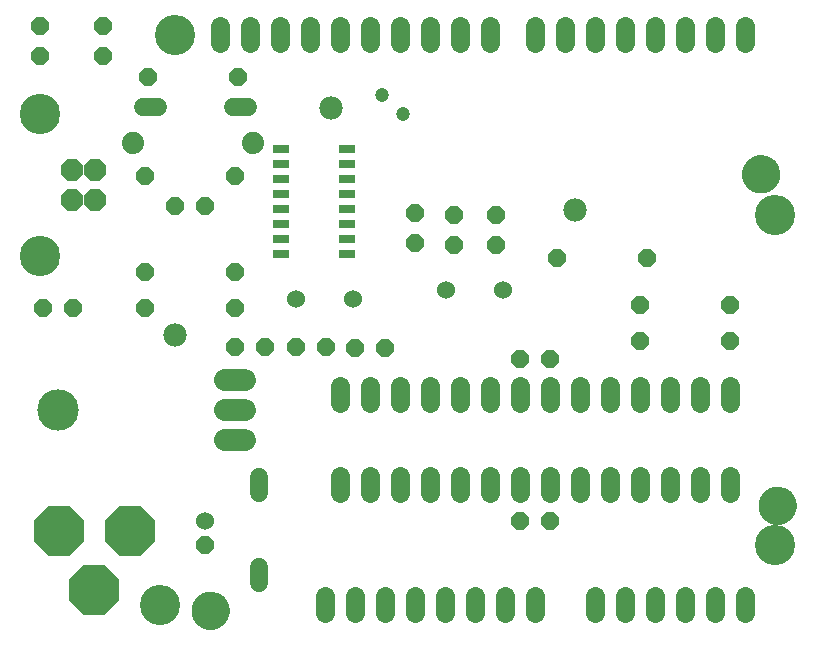
<source format=gbr>
G04 EAGLE Gerber RS-274X export*
G75*
%MOMM*%
%FSLAX34Y34*%
%LPD*%
%INSoldermask Top*%
%IPPOS*%
%AMOC8*
5,1,8,0,0,1.08239X$1,22.5*%
G01*
%ADD10C,3.403200*%
%ADD11C,1.103200*%
%ADD12C,1.625600*%
%ADD13C,1.879600*%
%ADD14C,3.505200*%
%ADD15P,1.649562X8X22.500000*%
%ADD16P,1.649562X8X202.500000*%
%ADD17C,1.524000*%
%ADD18P,1.649562X8X292.500000*%
%ADD19C,1.879600*%
%ADD20P,1.649562X8X112.500000*%
%ADD21C,1.524000*%
%ADD22P,4.549502X8X202.500000*%
%ADD23P,4.549502X8X112.500000*%
%ADD24C,2.153200*%
%ADD25P,2.034460X8X292.500000*%
%ADD26C,3.419200*%
%ADD27C,2.184400*%
%ADD28C,1.219200*%
%ADD29R,1.403200X0.803200*%
%ADD30C,1.203200*%
%ADD31C,1.981200*%


D10*
X139700Y25400D03*
X660400Y76200D03*
X660400Y355600D03*
X152400Y508000D03*
D11*
X190500Y508000D03*
X215900Y508000D03*
X241300Y508000D03*
X266700Y508000D03*
X292100Y508000D03*
X317500Y508000D03*
X342900Y508000D03*
X368300Y508000D03*
X393700Y508000D03*
X419100Y508000D03*
X457200Y508000D03*
X482600Y508000D03*
X508000Y508000D03*
X533400Y508000D03*
X558800Y508000D03*
X584200Y508000D03*
X609600Y508000D03*
X635000Y508000D03*
X622300Y203200D03*
X596900Y203200D03*
X571500Y203200D03*
X546100Y203200D03*
X520700Y203200D03*
X495300Y203200D03*
X469900Y203200D03*
X444500Y203200D03*
X419100Y203200D03*
X393700Y203200D03*
X368300Y203200D03*
X342900Y203200D03*
X317500Y203200D03*
X292100Y203200D03*
X292100Y127000D03*
X317500Y127000D03*
X342900Y127000D03*
X368300Y127000D03*
X393700Y127000D03*
X419100Y127000D03*
X444500Y127000D03*
X469900Y127000D03*
X495300Y127000D03*
X520700Y127000D03*
X546100Y127000D03*
X571500Y127000D03*
X596900Y127000D03*
X622300Y127000D03*
X508000Y25400D03*
X533400Y25400D03*
X558800Y25400D03*
X584200Y25400D03*
X609600Y25400D03*
X635000Y25400D03*
X279400Y25400D03*
X304800Y25400D03*
X330200Y25400D03*
X355600Y25400D03*
X381000Y25400D03*
X406400Y25400D03*
X431800Y25400D03*
X457200Y25400D03*
D12*
X622300Y196088D02*
X622300Y210312D01*
X596900Y210312D02*
X596900Y196088D01*
X571500Y196088D02*
X571500Y210312D01*
X546100Y210312D02*
X546100Y196088D01*
X520700Y196088D02*
X520700Y210312D01*
X495300Y210312D02*
X495300Y196088D01*
X469900Y196088D02*
X469900Y210312D01*
X444500Y210312D02*
X444500Y196088D01*
X419100Y196088D02*
X419100Y210312D01*
X393700Y210312D02*
X393700Y196088D01*
X368300Y196088D02*
X368300Y210312D01*
X342900Y210312D02*
X342900Y196088D01*
X317500Y196088D02*
X317500Y210312D01*
X292100Y210312D02*
X292100Y196088D01*
X292100Y134112D02*
X292100Y119888D01*
X317500Y119888D02*
X317500Y134112D01*
X342900Y134112D02*
X342900Y119888D01*
X368300Y119888D02*
X368300Y134112D01*
X393700Y134112D02*
X393700Y119888D01*
X419100Y119888D02*
X419100Y134112D01*
X444500Y134112D02*
X444500Y119888D01*
X469900Y119888D02*
X469900Y134112D01*
X495300Y134112D02*
X495300Y119888D01*
X520700Y119888D02*
X520700Y134112D01*
X546100Y134112D02*
X546100Y119888D01*
X571500Y119888D02*
X571500Y134112D01*
X596900Y134112D02*
X596900Y119888D01*
X622300Y119888D02*
X622300Y134112D01*
D13*
X211582Y165100D02*
X194818Y165100D01*
X194818Y190500D02*
X211582Y190500D01*
X211582Y215900D02*
X194818Y215900D01*
D14*
X53340Y190500D03*
D15*
X203200Y243840D03*
X228600Y243840D03*
X444500Y96520D03*
X469900Y96520D03*
X476250Y318770D03*
X552450Y318770D03*
X546100Y279400D03*
X622300Y279400D03*
X127000Y276860D03*
X203200Y276860D03*
D16*
X66040Y276860D03*
X40640Y276860D03*
D17*
X430530Y292100D03*
X382270Y292100D03*
D18*
X388620Y355600D03*
X388620Y330200D03*
X424180Y355600D03*
X424180Y330200D03*
D16*
X622300Y248920D03*
X546100Y248920D03*
D15*
X127000Y388620D03*
X203200Y388620D03*
D19*
X116840Y416560D03*
X218440Y416560D03*
D18*
X177800Y76200D03*
D17*
X177800Y96520D03*
D20*
X355600Y331470D03*
X355600Y356870D03*
D16*
X203200Y307340D03*
X127000Y307340D03*
D18*
X91440Y515620D03*
X91440Y490220D03*
D16*
X205740Y472440D03*
X129540Y472440D03*
D18*
X38100Y515620D03*
X38100Y490220D03*
D21*
X125476Y447040D02*
X138684Y447040D01*
X201676Y447040D02*
X214884Y447040D01*
D15*
X152400Y363220D03*
X177800Y363220D03*
D12*
X635000Y500888D02*
X635000Y515112D01*
X609600Y515112D02*
X609600Y500888D01*
X584200Y500888D02*
X584200Y515112D01*
X558800Y515112D02*
X558800Y500888D01*
X533400Y500888D02*
X533400Y515112D01*
X508000Y515112D02*
X508000Y500888D01*
X482600Y500888D02*
X482600Y515112D01*
X457200Y515112D02*
X457200Y500888D01*
X419100Y500888D02*
X419100Y515112D01*
X393700Y515112D02*
X393700Y500888D01*
X368300Y500888D02*
X368300Y515112D01*
X342900Y515112D02*
X342900Y500888D01*
X317500Y500888D02*
X317500Y515112D01*
X292100Y515112D02*
X292100Y500888D01*
X266700Y500888D02*
X266700Y515112D01*
X241300Y515112D02*
X241300Y500888D01*
X215900Y500888D02*
X215900Y515112D01*
X190500Y515112D02*
X190500Y500888D01*
X508000Y32512D02*
X508000Y18288D01*
X533400Y18288D02*
X533400Y32512D01*
X558800Y32512D02*
X558800Y18288D01*
X584200Y18288D02*
X584200Y32512D01*
X609600Y32512D02*
X609600Y18288D01*
X635000Y18288D02*
X635000Y32512D01*
D22*
X84328Y38100D03*
D23*
X114300Y88138D03*
X54356Y88138D03*
D24*
X91948Y38100D03*
X76708Y38100D03*
X54356Y80518D03*
X54356Y95758D03*
X114300Y80518D03*
X114300Y95758D03*
D21*
X223520Y120396D02*
X223520Y133604D01*
X223520Y57404D02*
X223520Y44196D01*
D25*
X85200Y368500D03*
X85200Y393500D03*
X65200Y393500D03*
X65200Y368500D03*
D26*
X38100Y441000D03*
X38100Y321000D03*
D27*
X657940Y109220D02*
X657942Y109361D01*
X657948Y109502D01*
X657958Y109642D01*
X657972Y109782D01*
X657990Y109922D01*
X658011Y110061D01*
X658037Y110200D01*
X658066Y110338D01*
X658100Y110474D01*
X658137Y110610D01*
X658178Y110745D01*
X658223Y110879D01*
X658272Y111011D01*
X658324Y111142D01*
X658380Y111271D01*
X658440Y111398D01*
X658503Y111524D01*
X658569Y111648D01*
X658640Y111771D01*
X658713Y111891D01*
X658790Y112009D01*
X658870Y112125D01*
X658954Y112238D01*
X659040Y112349D01*
X659130Y112458D01*
X659223Y112564D01*
X659318Y112667D01*
X659417Y112768D01*
X659518Y112866D01*
X659622Y112961D01*
X659729Y113053D01*
X659838Y113142D01*
X659950Y113227D01*
X660064Y113310D01*
X660180Y113390D01*
X660299Y113466D01*
X660420Y113538D01*
X660542Y113608D01*
X660667Y113673D01*
X660793Y113736D01*
X660921Y113794D01*
X661051Y113849D01*
X661182Y113901D01*
X661315Y113948D01*
X661449Y113992D01*
X661584Y114033D01*
X661720Y114069D01*
X661857Y114101D01*
X661995Y114130D01*
X662133Y114155D01*
X662273Y114175D01*
X662413Y114192D01*
X662553Y114205D01*
X662694Y114214D01*
X662834Y114219D01*
X662975Y114220D01*
X663116Y114217D01*
X663257Y114210D01*
X663397Y114199D01*
X663537Y114184D01*
X663677Y114165D01*
X663816Y114143D01*
X663954Y114116D01*
X664092Y114086D01*
X664228Y114051D01*
X664364Y114013D01*
X664498Y113971D01*
X664632Y113925D01*
X664764Y113876D01*
X664894Y113822D01*
X665023Y113765D01*
X665150Y113705D01*
X665276Y113641D01*
X665399Y113573D01*
X665521Y113502D01*
X665641Y113428D01*
X665758Y113350D01*
X665873Y113269D01*
X665986Y113185D01*
X666097Y113098D01*
X666205Y113007D01*
X666310Y112914D01*
X666413Y112817D01*
X666513Y112718D01*
X666610Y112616D01*
X666704Y112511D01*
X666795Y112404D01*
X666883Y112294D01*
X666968Y112182D01*
X667050Y112067D01*
X667129Y111950D01*
X667204Y111831D01*
X667276Y111710D01*
X667344Y111587D01*
X667409Y111462D01*
X667471Y111335D01*
X667528Y111206D01*
X667583Y111076D01*
X667633Y110945D01*
X667680Y110812D01*
X667723Y110678D01*
X667762Y110542D01*
X667797Y110406D01*
X667829Y110269D01*
X667856Y110131D01*
X667880Y109992D01*
X667900Y109852D01*
X667916Y109712D01*
X667928Y109572D01*
X667936Y109431D01*
X667940Y109290D01*
X667940Y109150D01*
X667936Y109009D01*
X667928Y108868D01*
X667916Y108728D01*
X667900Y108588D01*
X667880Y108448D01*
X667856Y108309D01*
X667829Y108171D01*
X667797Y108034D01*
X667762Y107898D01*
X667723Y107762D01*
X667680Y107628D01*
X667633Y107495D01*
X667583Y107364D01*
X667528Y107234D01*
X667471Y107105D01*
X667409Y106978D01*
X667344Y106853D01*
X667276Y106730D01*
X667204Y106609D01*
X667129Y106490D01*
X667050Y106373D01*
X666968Y106258D01*
X666883Y106146D01*
X666795Y106036D01*
X666704Y105929D01*
X666610Y105824D01*
X666513Y105722D01*
X666413Y105623D01*
X666310Y105526D01*
X666205Y105433D01*
X666097Y105342D01*
X665986Y105255D01*
X665873Y105171D01*
X665758Y105090D01*
X665641Y105012D01*
X665521Y104938D01*
X665399Y104867D01*
X665276Y104799D01*
X665150Y104735D01*
X665023Y104675D01*
X664894Y104618D01*
X664764Y104564D01*
X664632Y104515D01*
X664498Y104469D01*
X664364Y104427D01*
X664228Y104389D01*
X664092Y104354D01*
X663954Y104324D01*
X663816Y104297D01*
X663677Y104275D01*
X663537Y104256D01*
X663397Y104241D01*
X663257Y104230D01*
X663116Y104223D01*
X662975Y104220D01*
X662834Y104221D01*
X662694Y104226D01*
X662553Y104235D01*
X662413Y104248D01*
X662273Y104265D01*
X662133Y104285D01*
X661995Y104310D01*
X661857Y104339D01*
X661720Y104371D01*
X661584Y104407D01*
X661449Y104448D01*
X661315Y104492D01*
X661182Y104539D01*
X661051Y104591D01*
X660921Y104646D01*
X660793Y104704D01*
X660667Y104767D01*
X660542Y104832D01*
X660420Y104902D01*
X660299Y104974D01*
X660180Y105050D01*
X660064Y105130D01*
X659950Y105213D01*
X659838Y105298D01*
X659729Y105387D01*
X659622Y105479D01*
X659518Y105574D01*
X659417Y105672D01*
X659318Y105773D01*
X659223Y105876D01*
X659130Y105982D01*
X659040Y106091D01*
X658954Y106202D01*
X658870Y106315D01*
X658790Y106431D01*
X658713Y106549D01*
X658640Y106669D01*
X658569Y106792D01*
X658503Y106916D01*
X658440Y107042D01*
X658380Y107169D01*
X658324Y107298D01*
X658272Y107429D01*
X658223Y107561D01*
X658178Y107695D01*
X658137Y107830D01*
X658100Y107966D01*
X658066Y108102D01*
X658037Y108240D01*
X658011Y108379D01*
X657990Y108518D01*
X657972Y108658D01*
X657958Y108798D01*
X657948Y108938D01*
X657942Y109079D01*
X657940Y109220D01*
D28*
X662940Y109220D03*
D27*
X177880Y20320D02*
X177882Y20461D01*
X177888Y20602D01*
X177898Y20742D01*
X177912Y20882D01*
X177930Y21022D01*
X177951Y21161D01*
X177977Y21300D01*
X178006Y21438D01*
X178040Y21574D01*
X178077Y21710D01*
X178118Y21845D01*
X178163Y21979D01*
X178212Y22111D01*
X178264Y22242D01*
X178320Y22371D01*
X178380Y22498D01*
X178443Y22624D01*
X178509Y22748D01*
X178580Y22871D01*
X178653Y22991D01*
X178730Y23109D01*
X178810Y23225D01*
X178894Y23338D01*
X178980Y23449D01*
X179070Y23558D01*
X179163Y23664D01*
X179258Y23767D01*
X179357Y23868D01*
X179458Y23966D01*
X179562Y24061D01*
X179669Y24153D01*
X179778Y24242D01*
X179890Y24327D01*
X180004Y24410D01*
X180120Y24490D01*
X180239Y24566D01*
X180360Y24638D01*
X180482Y24708D01*
X180607Y24773D01*
X180733Y24836D01*
X180861Y24894D01*
X180991Y24949D01*
X181122Y25001D01*
X181255Y25048D01*
X181389Y25092D01*
X181524Y25133D01*
X181660Y25169D01*
X181797Y25201D01*
X181935Y25230D01*
X182073Y25255D01*
X182213Y25275D01*
X182353Y25292D01*
X182493Y25305D01*
X182634Y25314D01*
X182774Y25319D01*
X182915Y25320D01*
X183056Y25317D01*
X183197Y25310D01*
X183337Y25299D01*
X183477Y25284D01*
X183617Y25265D01*
X183756Y25243D01*
X183894Y25216D01*
X184032Y25186D01*
X184168Y25151D01*
X184304Y25113D01*
X184438Y25071D01*
X184572Y25025D01*
X184704Y24976D01*
X184834Y24922D01*
X184963Y24865D01*
X185090Y24805D01*
X185216Y24741D01*
X185339Y24673D01*
X185461Y24602D01*
X185581Y24528D01*
X185698Y24450D01*
X185813Y24369D01*
X185926Y24285D01*
X186037Y24198D01*
X186145Y24107D01*
X186250Y24014D01*
X186353Y23917D01*
X186453Y23818D01*
X186550Y23716D01*
X186644Y23611D01*
X186735Y23504D01*
X186823Y23394D01*
X186908Y23282D01*
X186990Y23167D01*
X187069Y23050D01*
X187144Y22931D01*
X187216Y22810D01*
X187284Y22687D01*
X187349Y22562D01*
X187411Y22435D01*
X187468Y22306D01*
X187523Y22176D01*
X187573Y22045D01*
X187620Y21912D01*
X187663Y21778D01*
X187702Y21642D01*
X187737Y21506D01*
X187769Y21369D01*
X187796Y21231D01*
X187820Y21092D01*
X187840Y20952D01*
X187856Y20812D01*
X187868Y20672D01*
X187876Y20531D01*
X187880Y20390D01*
X187880Y20250D01*
X187876Y20109D01*
X187868Y19968D01*
X187856Y19828D01*
X187840Y19688D01*
X187820Y19548D01*
X187796Y19409D01*
X187769Y19271D01*
X187737Y19134D01*
X187702Y18998D01*
X187663Y18862D01*
X187620Y18728D01*
X187573Y18595D01*
X187523Y18464D01*
X187468Y18334D01*
X187411Y18205D01*
X187349Y18078D01*
X187284Y17953D01*
X187216Y17830D01*
X187144Y17709D01*
X187069Y17590D01*
X186990Y17473D01*
X186908Y17358D01*
X186823Y17246D01*
X186735Y17136D01*
X186644Y17029D01*
X186550Y16924D01*
X186453Y16822D01*
X186353Y16723D01*
X186250Y16626D01*
X186145Y16533D01*
X186037Y16442D01*
X185926Y16355D01*
X185813Y16271D01*
X185698Y16190D01*
X185581Y16112D01*
X185461Y16038D01*
X185339Y15967D01*
X185216Y15899D01*
X185090Y15835D01*
X184963Y15775D01*
X184834Y15718D01*
X184704Y15664D01*
X184572Y15615D01*
X184438Y15569D01*
X184304Y15527D01*
X184168Y15489D01*
X184032Y15454D01*
X183894Y15424D01*
X183756Y15397D01*
X183617Y15375D01*
X183477Y15356D01*
X183337Y15341D01*
X183197Y15330D01*
X183056Y15323D01*
X182915Y15320D01*
X182774Y15321D01*
X182634Y15326D01*
X182493Y15335D01*
X182353Y15348D01*
X182213Y15365D01*
X182073Y15385D01*
X181935Y15410D01*
X181797Y15439D01*
X181660Y15471D01*
X181524Y15507D01*
X181389Y15548D01*
X181255Y15592D01*
X181122Y15639D01*
X180991Y15691D01*
X180861Y15746D01*
X180733Y15804D01*
X180607Y15867D01*
X180482Y15932D01*
X180360Y16002D01*
X180239Y16074D01*
X180120Y16150D01*
X180004Y16230D01*
X179890Y16313D01*
X179778Y16398D01*
X179669Y16487D01*
X179562Y16579D01*
X179458Y16674D01*
X179357Y16772D01*
X179258Y16873D01*
X179163Y16976D01*
X179070Y17082D01*
X178980Y17191D01*
X178894Y17302D01*
X178810Y17415D01*
X178730Y17531D01*
X178653Y17649D01*
X178580Y17769D01*
X178509Y17892D01*
X178443Y18016D01*
X178380Y18142D01*
X178320Y18269D01*
X178264Y18398D01*
X178212Y18529D01*
X178163Y18661D01*
X178118Y18795D01*
X178077Y18930D01*
X178040Y19066D01*
X178006Y19202D01*
X177977Y19340D01*
X177951Y19479D01*
X177930Y19618D01*
X177912Y19758D01*
X177898Y19898D01*
X177888Y20038D01*
X177882Y20179D01*
X177880Y20320D01*
D28*
X182880Y20320D03*
D12*
X279400Y18288D02*
X279400Y32512D01*
X304800Y32512D02*
X304800Y18288D01*
X330200Y18288D02*
X330200Y32512D01*
X355600Y32512D02*
X355600Y18288D01*
X381000Y18288D02*
X381000Y32512D01*
X406400Y32512D02*
X406400Y18288D01*
X431800Y18288D02*
X431800Y32512D01*
X457200Y32512D02*
X457200Y18288D01*
D16*
X469900Y233680D03*
X444500Y233680D03*
D29*
X242510Y411480D03*
X242510Y398780D03*
X242510Y386080D03*
X242510Y373380D03*
X242510Y360680D03*
X242510Y347980D03*
X242510Y335280D03*
X242510Y322580D03*
X298510Y322580D03*
X298510Y335280D03*
X298510Y347980D03*
X298510Y360680D03*
X298510Y373380D03*
X298510Y386080D03*
X298510Y398780D03*
X298510Y411480D03*
D17*
X303530Y284480D03*
X255270Y284480D03*
D15*
X255270Y243840D03*
X280670Y243840D03*
X304800Y242570D03*
X330200Y242570D03*
D27*
X643970Y389890D02*
X643972Y390031D01*
X643978Y390172D01*
X643988Y390312D01*
X644002Y390452D01*
X644020Y390592D01*
X644041Y390731D01*
X644067Y390870D01*
X644096Y391008D01*
X644130Y391144D01*
X644167Y391280D01*
X644208Y391415D01*
X644253Y391549D01*
X644302Y391681D01*
X644354Y391812D01*
X644410Y391941D01*
X644470Y392068D01*
X644533Y392194D01*
X644599Y392318D01*
X644670Y392441D01*
X644743Y392561D01*
X644820Y392679D01*
X644900Y392795D01*
X644984Y392908D01*
X645070Y393019D01*
X645160Y393128D01*
X645253Y393234D01*
X645348Y393337D01*
X645447Y393438D01*
X645548Y393536D01*
X645652Y393631D01*
X645759Y393723D01*
X645868Y393812D01*
X645980Y393897D01*
X646094Y393980D01*
X646210Y394060D01*
X646329Y394136D01*
X646450Y394208D01*
X646572Y394278D01*
X646697Y394343D01*
X646823Y394406D01*
X646951Y394464D01*
X647081Y394519D01*
X647212Y394571D01*
X647345Y394618D01*
X647479Y394662D01*
X647614Y394703D01*
X647750Y394739D01*
X647887Y394771D01*
X648025Y394800D01*
X648163Y394825D01*
X648303Y394845D01*
X648443Y394862D01*
X648583Y394875D01*
X648724Y394884D01*
X648864Y394889D01*
X649005Y394890D01*
X649146Y394887D01*
X649287Y394880D01*
X649427Y394869D01*
X649567Y394854D01*
X649707Y394835D01*
X649846Y394813D01*
X649984Y394786D01*
X650122Y394756D01*
X650258Y394721D01*
X650394Y394683D01*
X650528Y394641D01*
X650662Y394595D01*
X650794Y394546D01*
X650924Y394492D01*
X651053Y394435D01*
X651180Y394375D01*
X651306Y394311D01*
X651429Y394243D01*
X651551Y394172D01*
X651671Y394098D01*
X651788Y394020D01*
X651903Y393939D01*
X652016Y393855D01*
X652127Y393768D01*
X652235Y393677D01*
X652340Y393584D01*
X652443Y393487D01*
X652543Y393388D01*
X652640Y393286D01*
X652734Y393181D01*
X652825Y393074D01*
X652913Y392964D01*
X652998Y392852D01*
X653080Y392737D01*
X653159Y392620D01*
X653234Y392501D01*
X653306Y392380D01*
X653374Y392257D01*
X653439Y392132D01*
X653501Y392005D01*
X653558Y391876D01*
X653613Y391746D01*
X653663Y391615D01*
X653710Y391482D01*
X653753Y391348D01*
X653792Y391212D01*
X653827Y391076D01*
X653859Y390939D01*
X653886Y390801D01*
X653910Y390662D01*
X653930Y390522D01*
X653946Y390382D01*
X653958Y390242D01*
X653966Y390101D01*
X653970Y389960D01*
X653970Y389820D01*
X653966Y389679D01*
X653958Y389538D01*
X653946Y389398D01*
X653930Y389258D01*
X653910Y389118D01*
X653886Y388979D01*
X653859Y388841D01*
X653827Y388704D01*
X653792Y388568D01*
X653753Y388432D01*
X653710Y388298D01*
X653663Y388165D01*
X653613Y388034D01*
X653558Y387904D01*
X653501Y387775D01*
X653439Y387648D01*
X653374Y387523D01*
X653306Y387400D01*
X653234Y387279D01*
X653159Y387160D01*
X653080Y387043D01*
X652998Y386928D01*
X652913Y386816D01*
X652825Y386706D01*
X652734Y386599D01*
X652640Y386494D01*
X652543Y386392D01*
X652443Y386293D01*
X652340Y386196D01*
X652235Y386103D01*
X652127Y386012D01*
X652016Y385925D01*
X651903Y385841D01*
X651788Y385760D01*
X651671Y385682D01*
X651551Y385608D01*
X651429Y385537D01*
X651306Y385469D01*
X651180Y385405D01*
X651053Y385345D01*
X650924Y385288D01*
X650794Y385234D01*
X650662Y385185D01*
X650528Y385139D01*
X650394Y385097D01*
X650258Y385059D01*
X650122Y385024D01*
X649984Y384994D01*
X649846Y384967D01*
X649707Y384945D01*
X649567Y384926D01*
X649427Y384911D01*
X649287Y384900D01*
X649146Y384893D01*
X649005Y384890D01*
X648864Y384891D01*
X648724Y384896D01*
X648583Y384905D01*
X648443Y384918D01*
X648303Y384935D01*
X648163Y384955D01*
X648025Y384980D01*
X647887Y385009D01*
X647750Y385041D01*
X647614Y385077D01*
X647479Y385118D01*
X647345Y385162D01*
X647212Y385209D01*
X647081Y385261D01*
X646951Y385316D01*
X646823Y385374D01*
X646697Y385437D01*
X646572Y385502D01*
X646450Y385572D01*
X646329Y385644D01*
X646210Y385720D01*
X646094Y385800D01*
X645980Y385883D01*
X645868Y385968D01*
X645759Y386057D01*
X645652Y386149D01*
X645548Y386244D01*
X645447Y386342D01*
X645348Y386443D01*
X645253Y386546D01*
X645160Y386652D01*
X645070Y386761D01*
X644984Y386872D01*
X644900Y386985D01*
X644820Y387101D01*
X644743Y387219D01*
X644670Y387339D01*
X644599Y387462D01*
X644533Y387586D01*
X644470Y387712D01*
X644410Y387839D01*
X644354Y387968D01*
X644302Y388099D01*
X644253Y388231D01*
X644208Y388365D01*
X644167Y388500D01*
X644130Y388636D01*
X644096Y388772D01*
X644067Y388910D01*
X644041Y389049D01*
X644020Y389188D01*
X644002Y389328D01*
X643988Y389468D01*
X643978Y389608D01*
X643972Y389749D01*
X643970Y389890D01*
D28*
X648970Y389890D03*
D30*
X345440Y440690D03*
X327660Y457200D03*
D31*
X491490Y359410D03*
X284480Y445770D03*
X152400Y254000D03*
M02*

</source>
